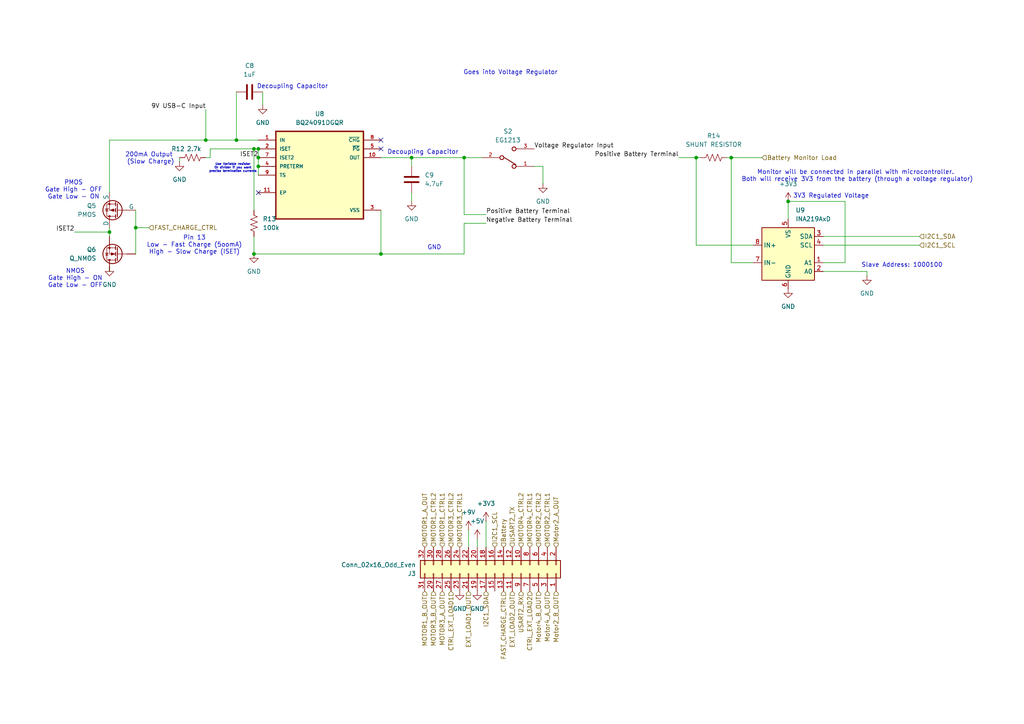
<source format=kicad_sch>
(kicad_sch (version 20250114) (generator "eeschema") (generator_version "9.0")
  (paper "A4")
  (title_block (title "EEE3088F Project PCB Design") (date "2025-03-24") (company "University of Cape Town") (comment 3 "         Emmanual Basua") (comment 4 "Authors: Nejdet Demirtas"))
  (lib_symbols
    (symbol "BQ24091DGQR:BQ24091DGQR" (pin_names (offset 1.016))
      (property "Reference" "U" (at -12.7 13.7 0))
      (property "Value" "BQ24091DGQR" (at -12.7 -16.7 0))
      (symbol "BQ24091DGQR_0_0"
        (rectangle (start -12.7 -12.7) (end 12.7 12.7) (stroke (width 0.41)) (fill (type background)))
        (pin input line (at -17.78 10.16 0) (length 5.08) (name "IN") (number "1"))
        (pin input line (at -17.78 7.62 0) (length 5.08) (name "ISET") (number "2"))
        (pin input line (at -17.78 5.08 0) (length 5.08) (name "ISET2") (number "7"))
        (pin input line (at -17.78 2.54 0) (length 5.08) (name "PRETERM") (number "4"))
        (pin input line (at -17.78 0 0) (length 5.08) (name "TS") (number "9"))
        (pin bidirectional line (at -17.78 -5.08 0) (length 5.08) (name "EP") (number "11"))
        (pin output line (at 17.78 10.16 180) (length 5.08) (name "~{CHG}") (number "8"))
        (pin output line (at 17.78 7.62 180) (length 5.08) (name "~{PG}") (number "5"))
        (pin output line (at 17.78 5.08 180) (length 5.08) (name "OUT") (number "10"))
        (pin power_in line (at 17.78 -10.16 180) (length 5.08) (name "VSS") (number "3"))
      )
    )
    (symbol "Connector_Generic:Conn_02x16_Odd_Even" (pin_names (offset 1.016) (hide yes))
      (property "Reference" "J" (at 1.27 20.32 0))
      (property "Value" "Conn_02x16_Odd_Even" (at 1.27 -22.86 0))
      (symbol "Conn_02x16_Odd_Even_1_1"
        (rectangle (start -1.27 19.05) (end 3.81 -21.59) (stroke (width 0.254)) (fill (type background)))
        (rectangle (start -1.27 17.907) (end 0 17.653) (stroke (width 0.1524)))
        (rectangle (start -1.27 15.367) (end 0 15.113) (stroke (width 0.1524)))
        (rectangle (start -1.27 12.827) (end 0 12.573) (stroke (width 0.1524)))
        (rectangle (start -1.27 10.287) (end 0 10.033) (stroke (width 0.1524)))
        (rectangle (start -1.27 7.747) (end 0 7.493) (stroke (width 0.1524)))
        (rectangle (start -1.27 5.207) (end 0 4.953) (stroke (width 0.1524)))
        (rectangle (start -1.27 2.667) (end 0 2.413) (stroke (width 0.1524)))
        (rectangle (start -1.27 0.127) (end 0 -0.127) (stroke (width 0.1524)))
        (rectangle (start -1.27 -2.413) (end 0 -2.667) (stroke (width 0.1524)))
        (rectangle (start -1.27 -4.953) (end 0 -5.207) (stroke (width 0.1524)))
        (rectangle (start -1.27 -7.493) (end 0 -7.747) (stroke (width 0.1524)))
        (rectangle (start -1.27 -10.033) (end 0 -10.287) (stroke (width 0.1524)))
        (rectangle (start -1.27 -12.573) (end 0 -12.827) (stroke (width 0.1524)))
        (rectangle (start -1.27 -15.113) (end 0 -15.367) (stroke (width 0.1524)))
        (rectangle (start -1.27 -17.653) (end 0 -17.907) (stroke (width 0.1524)))
        (rectangle (start -1.27 -20.193) (end 0 -20.447) (stroke (width 0.1524)))
        (rectangle (start 3.81 17.907) (end 2.54 17.653) (stroke (width 0.1524)))
        (rectangle (start 3.81 15.367) (end 2.54 15.113) (stroke (width 0.1524)))
        (rectangle (start 3.81 12.827) (end 2.54 12.573) (stroke (width 0.1524)))
        (rectangle (start 3.81 10.287) (end 2.54 10.033) (stroke (width 0.1524)))
        (rectangle (start 3.81 7.747) (end 2.54 7.493) (stroke (width 0.1524)))
        (rectangle (start 3.81 5.207) (end 2.54 4.953) (stroke (width 0.1524)))
        (rectangle (start 3.81 2.667) (end 2.54 2.413) (stroke (width 0.1524)))
        (rectangle (start 3.81 0.127) (end 2.54 -0.127) (stroke (width 0.1524)))
        (rectangle (start 3.81 -2.413) (end 2.54 -2.667) (stroke (width 0.1524)))
        (rectangle (start 3.81 -4.953) (end 2.54 -5.207) (stroke (width 0.1524)))
        (rectangle (start 3.81 -7.493) (end 2.54 -7.747) (stroke (width 0.1524)))
        (rectangle (start 3.81 -10.033) (end 2.54 -10.287) (stroke (width 0.1524)))
        (rectangle (start 3.81 -12.573) (end 2.54 -12.827) (stroke (width 0.1524)))
        (rectangle (start 3.81 -15.113) (end 2.54 -15.367) (stroke (width 0.1524)))
        (rectangle (start 3.81 -17.653) (end 2.54 -17.907) (stroke (width 0.1524)))
        (rectangle (start 3.81 -20.193) (end 2.54 -20.447) (stroke (width 0.1524)))
        (pin passive line (at -5.08 17.78 0) (length 3.81) (name "Pin_1") (number "1"))
        (pin passive line (at -5.08 15.24 0) (length 3.81) (name "Pin_3") (number "3"))
        (pin passive line (at -5.08 12.7 0) (length 3.81) (name "Pin_5") (number "5"))
        (pin passive line (at -5.08 10.16 0) (length 3.81) (name "Pin_7") (number "7"))
        (pin passive line (at -5.08 7.62 0) (length 3.81) (name "Pin_9") (number "9"))
        (pin passive line (at -5.08 5.08 0) (length 3.81) (name "Pin_11") (number "11"))
        (pin passive line (at -5.08 2.54 0) (length 3.81) (name "Pin_13") (number "13"))
        (pin passive line (at -5.08 0 0) (length 3.81) (name "Pin_15") (number "15"))
        (pin passive line (at -5.08 -2.54 0) (length 3.81) (name "Pin_17") (number "17"))
        (pin passive line (at -5.08 -5.08 0) (length 3.81) (name "Pin_19") (number "19"))
        (pin passive line (at -5.08 -7.62 0) (length 3.81) (name "Pin_21") (number "21"))
        (pin passive line (at -5.08 -10.16 0) (length 3.81) (name "Pin_23") (number "23"))
        (pin passive line (at -5.08 -12.7 0) (length 3.81) (name "Pin_25") (number "25"))
        (pin passive line (at -5.08 -15.24 0) (length 3.81) (name "Pin_27") (number "27"))
        (pin passive line (at -5.08 -17.78 0) (length 3.81) (name "Pin_29") (number "29"))
        (pin passive line (at -5.08 -20.32 0) (length 3.81) (name "Pin_31") (number "31"))
        (pin passive line (at 7.62 17.78 180) (length 3.81) (name "Pin_2") (number "2"))
        (pin passive line (at 7.62 15.24 180) (length 3.81) (name "Pin_4") (number "4"))
        (pin passive line (at 7.62 12.7 180) (length 3.81) (name "Pin_6") (number "6"))
        (pin passive line (at 7.62 10.16 180) (length 3.81) (name "Pin_8") (number "8"))
        (pin passive line (at 7.62 7.62 180) (length 3.81) (name "Pin_10") (number "10"))
        (pin passive line (at 7.62 5.08 180) (length 3.81) (name "Pin_12") (number "12"))
        (pin passive line (at 7.62 2.54 180) (length 3.81) (name "Pin_14") (number "14"))
        (pin passive line (at 7.62 0 180) (length 3.81) (name "Pin_16") (number "16"))
        (pin passive line (at 7.62 -2.54 180) (length 3.81) (name "Pin_18") (number "18"))
        (pin passive line (at 7.62 -5.08 180) (length 3.81) (name "Pin_20") (number "20"))
        (pin passive line (at 7.62 -7.62 180) (length 3.81) (name "Pin_22") (number "22"))
        (pin passive line (at 7.62 -10.16 180) (length 3.81) (name "Pin_24") (number "24"))
        (pin passive line (at 7.62 -12.7 180) (length 3.81) (name "Pin_26") (number "26"))
        (pin passive line (at 7.62 -15.24 180) (length 3.81) (name "Pin_28") (number "28"))
        (pin passive line (at 7.62 -17.78 180) (length 3.81) (name "Pin_30") (number "30"))
        (pin passive line (at 7.62 -20.32 180) (length 3.81) (name "Pin_32") (number "32"))
      )
    )
    (symbol "Device:C" (pin_numbers (hide yes)) (pin_names (offset 0.254))
      (property "Reference" "C" (at 0.635 2.54 0))
      (property "Value" "C" (at 0.635 -2.54 0))
      (symbol "C_0_1"
        (polyline (pts (xy -2.032 0.762) (xy 2.032 0.762)) (stroke (width 0.508)))
        (polyline (pts (xy -2.032 -0.762) (xy 2.032 -0.762)) (stroke (width 0.508)))
      )
      (symbol "C_1_1"
        (pin passive line (at 0 3.81 270) (length 2.794) (name "~") (number "1"))
        (pin passive line (at 0 -3.81 90) (length 2.794) (name "~") (number "2"))
      )
    )
    (symbol "Device:Q_NMOS" (pin_numbers (hide yes)) (pin_names (offset 0) (hide yes))
      (property "Reference" "Q" (at 5.08 1.27 0))
      (property "Value" "Q_NMOS" (at 5.08 -1.27 0))
      (symbol "Q_NMOS_0_1"
        (polyline (pts (xy 0.254 1.905) (xy 0.254 -1.905)) (stroke (width 0.254)))
        (polyline (pts (xy 0.254 0) (xy -2.54 0)))
        (polyline (pts (xy 0.762 2.286) (xy 0.762 1.27)) (stroke (width 0.254)))
        (polyline (pts (xy 0.762 0.508) (xy 0.762 -0.508)) (stroke (width 0.254)))
        (polyline (pts (xy 0.762 -1.27) (xy 0.762 -2.286)) (stroke (width 0.254)))
        (polyline (pts (xy 0.762 -1.778) (xy 3.302 -1.778) (xy 3.302 1.778) (xy 0.762 1.778)))
        (polyline (pts (xy 1.016 0) (xy 2.032 0.381) (xy 2.032 -0.381) (xy 1.016 0)) (fill (type outline)))
        (circle (center 1.651 0) (radius 2.794) (stroke (width 0.254)))
        (polyline (pts (xy 2.54 2.54) (xy 2.54 1.778)))
        (circle (center 2.54 1.778) (radius 0.254) (fill (type outline)))
        (circle (center 2.54 -1.778) (radius 0.254) (fill (type outline)))
        (polyline (pts (xy 2.54 -2.54) (xy 2.54 0) (xy 0.762 0)))
        (polyline (pts (xy 2.921 0.381) (xy 3.683 0.381)))
        (polyline (pts (xy 3.302 0.381) (xy 2.921 -0.254) (xy 3.683 -0.254) (xy 3.302 0.381)))
      )
      (symbol "Q_NMOS_1_1"
        (pin input line (at -5.08 0 0) (length 2.54) (name "G") (number "G"))
        (pin passive line (at 2.54 5.08 270) (length 2.54) (name "D") (number "D"))
        (pin passive line (at 2.54 -5.08 90) (length 2.54) (name "S") (number "S"))
      )
    )
    (symbol "Device:R_US" (pin_numbers (hide yes)) (pin_names (offset 0))
      (property "Reference" "R" (at 2.54 0 90))
      (property "Value" "R_US" (at -2.54 0 90))
      (symbol "R_US_0_1"
        (polyline (pts (xy 0 2.286) (xy 0 2.54)))
        (polyline (pts (xy 0 2.286) (xy 1.016 1.905) (xy 0 1.524) (xy -1.016 1.143) (xy 0 0.762)))
        (polyline (pts (xy 0 0.762) (xy 1.016 0.381) (xy 0 0) (xy -1.016 -0.381) (xy 0 -0.762)))
        (polyline (pts (xy 0 -0.762) (xy 1.016 -1.143) (xy 0 -1.524) (xy -1.016 -1.905) (xy 0 -2.286)))
        (polyline (pts (xy 0 -2.286) (xy 0 -2.54)))
      )
      (symbol "R_US_1_1"
        (pin passive line (at 0 3.81 270) (length 1.27) (name "~") (number "1"))
        (pin passive line (at 0 -3.81 90) (length 1.27) (name "~") (number "2"))
      )
    )
    (symbol "EG1213:EG1213" (pin_names (offset 1.016))
      (property "Reference" "S" (at 0 0 0))
      (property "Value" "EG1213" (at 0 0 0))
      (symbol "EG1213_0_0"
        (circle (center -1.778 2.54) (radius 0.568) (stroke (width 0.254)))
        (circle (center -1.778 -2.54) (radius 0.568) (stroke (width 0.254)))
        (polyline (pts (xy 1.016 0) (xy -2.286 2.032)) (stroke (width 0.254)))
        (circle (center 1.778 0) (radius 0.568) (stroke (width 0.254)))
        (pin passive line (at -7.62 2.54 0) (length 5.08) (name "~") (number "1"))
        (pin passive line (at -7.62 -2.54 0) (length 5.08) (name "~") (number "3"))
        (pin passive line (at 7.62 0 180) (length 5.08) (name "~") (number "2"))
      )
    )
    (symbol "Sensor_Energy:INA219AxD"
      (property "Reference" "U" (at -6.35 8.89 0))
      (property "Value" "INA219AxD" (at 5.08 8.89 0))
      (symbol "INA219AxD_0_1"
        (rectangle (start -7.62 7.62) (end 7.62 -7.62) (stroke (width 0.254)) (fill (type background)))
      )
      (symbol "INA219AxD_1_1"
        (pin input line (at -10.16 2.54 0) (length 2.54) (name "IN+") (number "8"))
        (pin input line (at -10.16 -2.54 0) (length 2.54) (name "IN-") (number "7"))
        (pin power_in line (at 0 10.16 270) (length 2.54) (name "VS") (number "5"))
        (pin power_in line (at 0 -10.16 90) (length 2.54) (name "GND") (number "6"))
        (pin bidirectional line (at 10.16 5.08 180) (length 2.54) (name "SDA") (number "3"))
        (pin input line (at 10.16 2.54 180) (length 2.54) (name "SCL") (number "4"))
        (pin input line (at 10.16 -2.54 180) (length 2.54) (name "A1") (number "1"))
        (pin input line (at 10.16 -5.08 180) (length 2.54) (name "A0") (number "2"))
      )
    )
    (symbol "Simulation_SPICE:PMOS" (pin_numbers (hide yes)) (pin_names (offset 0))
      (property "Reference" "Q" (at 5.08 1.27 0))
      (property "Value" "PMOS" (at 5.08 -1.27 0))
      (symbol "PMOS_0_1"
        (polyline (pts (xy 0.254 1.905) (xy 0.254 -1.905)) (stroke (width 0.254)))
        (polyline (pts (xy 0.254 0) (xy -2.54 0)))
        (polyline (pts (xy 0.762 2.286) (xy 0.762 1.27)) (stroke (width 0.254)))
        (polyline (pts (xy 0.762 1.778) (xy 3.302 1.778) (xy 3.302 -1.778) (xy 0.762 -1.778)))
        (polyline (pts (xy 0.762 0.508) (xy 0.762 -0.508)) (stroke (width 0.254)))
        (polyline (pts (xy 0.762 -1.27) (xy 0.762 -2.286)) (stroke (width 0.254)))
        (circle (center 1.651 0) (radius 2.794) (stroke (width 0.254)))
        (polyline (pts (xy 2.286 0) (xy 1.27 0.381) (xy 1.27 -0.381) (xy 2.286 0)) (fill (type outline)))
        (polyline (pts (xy 2.54 2.54) (xy 2.54 1.778)))
        (circle (center 2.54 1.778) (radius 0.254) (fill (type outline)))
        (circle (center 2.54 -1.778) (radius 0.254) (fill (type outline)))
        (polyline (pts (xy 2.54 -2.54) (xy 2.54 0) (xy 0.762 0)))
        (polyline (pts (xy 2.794 -0.508) (xy 2.921 -0.381) (xy 3.683 -0.381) (xy 3.81 -0.254)))
        (polyline (pts (xy 3.302 -0.381) (xy 2.921 0.254) (xy 3.683 0.254) (xy 3.302 -0.381)))
      )
      (symbol "PMOS_1_1"
        (pin input line (at -5.08 0 0) (length 2.54) (name "G") (number "2"))
        (pin passive line (at 2.54 5.08 270) (length 2.54) (name "D") (number "1"))
        (pin passive line (at 2.54 -5.08 90) (length 2.54) (name "S") (number "3"))
      )
    )
    (symbol "power:+3V3" (power) (pin_numbers (hide yes)) (pin_names (offset 0) (hide yes))
      (property "Value" "+3V3" (at 0 3.556 0))
      (symbol "+3V3_0_1"
        (polyline (pts (xy -0.762 1.27) (xy 0 2.54)))
        (polyline (pts (xy 0 2.54) (xy 0.762 1.27)))
        (polyline (pts (xy 0 0) (xy 0 2.54)))
      )
      (symbol "+3V3_1_1"
        (pin power_in line (at 0 0 90) (length 0) (name "~") (number "1"))
      )
    )
    (symbol "power:+5V" (power) (pin_numbers (hide yes)) (pin_names (offset 0) (hide yes))
      (property "Value" "+5V" (at 0 3.556 0))
      (symbol "+5V_0_1"
        (polyline (pts (xy -0.762 1.27) (xy 0 2.54)))
        (polyline (pts (xy 0 2.54) (xy 0.762 1.27)))
        (polyline (pts (xy 0 0) (xy 0 2.54)))
      )
      (symbol "+5V_1_1"
        (pin power_in line (at 0 0 90) (length 0) (name "~") (number "1"))
      )
    )
    (symbol "power:+9V" (power) (pin_numbers (hide yes)) (pin_names (offset 0) (hide yes))
      (property "Value" "+9V" (at 0 3.556 0))
      (symbol "+9V_0_1"
        (polyline (pts (xy -0.762 1.27) (xy 0 2.54)))
        (polyline (pts (xy 0 2.54) (xy 0.762 1.27)))
        (polyline (pts (xy 0 0) (xy 0 2.54)))
      )
      (symbol "+9V_1_1"
        (pin power_in line (at 0 0 90) (length 0) (name "~") (number "1"))
      )
    )
    (symbol "power:GND" (power) (pin_numbers (hide yes)) (pin_names (offset 0) (hide yes))
      (property "Value" "GND" (at 0 -3.81 0))
      (symbol "GND_0_1"
        (polyline (pts (xy 0 0) (xy 0 -1.27) (xy 1.27 -1.27) (xy 0 -2.54) (xy -1.27 -1.27) (xy 0 -1.27)))
      )
      (symbol "GND_1_1"
        (pin power_in line (at 0 0 270) (length 0) (name "~") (number "1"))
      )
    )
  )
  (text "GND\n\n\n" (at 125.984 73.914 0) (effects (font (size 1.27 1.27))))
  (text "3V3 Regulated Voltage\n" (at 241.046 56.896 0) (effects (font (size 1.27 1.27))))
  (text "Monitor will be connected in parallel with microcontroller. \nBoth will receive 3V3 from the battery (through a voltage regulator)" (at 248.666 51.054 0) (effects (font (size 1.27 1.27))))
  (text "Slave Address: 1000100\n" (at 261.62 76.962 0) (effects (font (size 1.27 1.27))))
  (text "200mA Output \n(Slow Charge)" (at 43.688 45.974 0) (effects (font (size 1.27 1.27))))
  (text "Pin 13\nLow - Fast Charge (5oomA)\nHigh - Slow Charge (ISET)\n" (at 56.388 71.12 0) (effects (font (size 1.27 1.27))))
  (text "NMOS\nGate High - ON\nGate Low - OFF\n" (at 21.844 80.772 0) (effects (font (size 1.27 1.27))))
  (text "Use Variable resistor\nOr divider if you want\nprecise termination currents" (at 67.564 48.768 0) (effects (font (size 0.635 0.635))))
  (text "PMOS\nGate High - OFF\nGate Low - ON" (at 21.336 55.118 0) (effects (font (size 1.27 1.27))))
  (text "Goes into Voltage Regulator\n" (at 148.082 21.082 0) (effects (font (size 1.27 1.27))))
  (text "Decoupling Capacitor\n" (at 84.836 25.146 0) (effects (font (size 1.27 1.27))))
  (text "Decoupling Capacitor\n" (at 122.682 44.196 0) (effects (font (size 1.27 1.27))))
  (junction (at 68.58 40.64))
  (junction (at 110.49 73.66))
  (junction (at 119.38 45.72))
  (junction (at 74.93 43.18))
  (junction (at 74.93 45.72))
  (junction (at 212.09 45.72))
  (junction (at 228.6 58.42))
  (junction (at 39.37 66.04))
  (junction (at 31.75 67.31))
  (junction (at 74.93 48.26))
  (junction (at 73.66 73.66))
  (junction (at 73.66 43.18))
  (junction (at 201.93 45.72))
  (junction (at 59.69 40.64))
  (junction (at 134.62 45.72))
  (no_connect (at 110.49 40.64))
  (no_connect (at 110.49 43.18))
  (no_connect (at 74.93 55.88))
  (wire (pts (xy 251.46 78.74) (xy 251.46 80.01)))
  (wire (pts (xy 228.6 58.42) (xy 228.6 63.5)))
  (wire (pts (xy 157.48 48.26) (xy 157.48 53.34)))
  (wire (pts (xy 201.93 71.12) (xy 218.44 71.12)))
  (wire (pts (xy 210.82 45.72) (xy 212.09 45.72)))
  (wire (pts (xy 74.93 43.18) (xy 74.93 45.72)))
  (wire (pts (xy 76.2 26.67) (xy 76.2 30.48)))
  (wire (pts (xy 238.76 78.74) (xy 251.46 78.74)))
  (wire (pts (xy 31.75 67.31) (xy 31.75 68.58)))
  (wire (pts (xy 31.75 40.64) (xy 31.75 55.88)))
  (wire (pts (xy 73.66 68.58) (xy 73.66 73.66)))
  (wire (pts (xy 60.96 45.72) (xy 60.96 43.18)))
  (wire (pts (xy 59.69 31.75) (xy 59.69 40.64)))
  (wire (pts (xy 39.37 73.66) (xy 39.37 66.04)))
  (wire (pts (xy 196.85 45.72) (xy 201.93 45.72)))
  (wire (pts (xy 134.62 45.72) (xy 134.62 62.23)))
  (wire (pts (xy 140.97 62.23) (xy 134.62 62.23)))
  (wire (pts (xy 218.44 76.2) (xy 212.09 76.2)))
  (wire (pts (xy 134.62 45.72) (xy 139.7 45.72)))
  (wire (pts (xy 228.6 58.42) (xy 245.11 58.42)))
  (wire (pts (xy 60.96 43.18) (xy 73.66 43.18)))
  (wire (pts (xy 31.75 66.04) (xy 31.75 67.31)))
  (wire (pts (xy 39.37 60.96) (xy 39.37 66.04)))
  (wire (pts (xy 119.38 45.72) (xy 119.38 48.26)))
  (wire (pts (xy 201.93 45.72) (xy 203.2 45.72)))
  (wire (pts (xy 73.66 73.66) (xy 110.49 73.66)))
  (wire (pts (xy 134.62 64.77) (xy 140.97 64.77)))
  (wire (pts (xy 138.43 156.21) (xy 138.43 158.75)))
  (wire (pts (xy 134.62 64.77) (xy 134.62 73.66)))
  (wire (pts (xy 59.69 40.64) (xy 68.58 40.64)))
  (wire (pts (xy 74.93 45.72) (xy 74.93 48.26)))
  (wire (pts (xy 201.93 45.72) (xy 201.93 71.12)))
  (wire (pts (xy 154.94 48.26) (xy 157.48 48.26)))
  (wire (pts (xy 238.76 71.12) (xy 266.7 71.12)))
  (wire (pts (xy 119.38 45.72) (xy 134.62 45.72)))
  (wire (pts (xy 73.66 43.18) (xy 73.66 60.96)))
  (wire (pts (xy 134.62 73.66) (xy 110.49 73.66)))
  (wire (pts (xy 59.69 40.64) (xy 31.75 40.64)))
  (wire (pts (xy 212.09 45.72) (xy 212.09 76.2)))
  (wire (pts (xy 74.93 48.26) (xy 74.93 50.8)))
  (wire (pts (xy 212.09 45.72) (xy 220.98 45.72)))
  (wire (pts (xy 68.58 26.67) (xy 68.58 40.64)))
  (wire (pts (xy 60.96 45.72) (xy 59.69 45.72)))
  (wire (pts (xy 245.11 76.2) (xy 245.11 58.42)))
  (wire (pts (xy 135.89 153.67) (xy 135.89 158.75)))
  (wire (pts (xy 110.49 45.72) (xy 119.38 45.72)))
  (wire (pts (xy 68.58 40.64) (xy 74.93 40.64)))
  (wire (pts (xy 21.59 67.31) (xy 31.75 67.31)))
  (wire (pts (xy 39.37 66.04) (xy 43.18 66.04)))
  (wire (pts (xy 52.07 46.99) (xy 52.07 45.72)))
  (wire (pts (xy 74.93 43.18) (xy 73.66 43.18)))
  (wire (pts (xy 140.97 151.13) (xy 140.97 158.75)))
  (wire (pts (xy 238.76 68.58) (xy 266.7 68.58)))
  (wire (pts (xy 238.76 76.2) (xy 245.11 76.2)))
  (wire (pts (xy 119.38 58.42) (xy 119.38 55.88)))
  (wire (pts (xy 31.75 78.74) (xy 31.75 77.47)))
  (wire (pts (xy 110.49 60.96) (xy 110.49 73.66)))
  (label "Positive Battery Terminal" (at 196.85 45.72 180))
  (label "Voltage Regulator Input" (at 154.94 43.18 0))
  (label "9V USB-C Input" (at 59.69 31.75 180))
  (label "ISET2" (at 74.93 45.72 180))
  (label "Positive Battery Terminal" (at 140.97 62.23 0))
  (label "Negative Battery Terminal" (at 140.97 64.77 0))
  (label "ISET2" (at 21.59 67.31 180))
  (hierarchical_label "MOTOR4_CTRL2" (shape input) (at 151.13 158.75 90))
  (hierarchical_label "MOTOR1_B_OUT" (shape input) (at 123.19 171.45 270))
  (hierarchical_label "USART2_TX" (shape input) (at 148.59 158.75 90))
  (hierarchical_label "EXT_LOAD2_OUT" (shape input) (at 148.59 171.45 270))
  (hierarchical_label "CTRL_EXT_LOAD1" (shape input) (at 130.81 171.45 270))
  (hierarchical_label "MOTOR3_B_OUT" (shape input) (at 125.73 171.45 270))
  (hierarchical_label "MOTOR2_CTRL2" (shape input) (at 156.21 158.75 90))
  (hierarchical_label "Motor2_A_OUT" (shape input) (at 161.29 158.75 90))
  (hierarchical_label "USART2_RX" (shape input) (at 151.13 171.45 270))
  (hierarchical_label "MOTOR4_CTRL1" (shape input) (at 153.67 158.75 90))
  (hierarchical_label "MOTOR1_CTRL1" (shape input) (at 128.27 158.75 90))
  (hierarchical_label "Battery" (shape input) (at 146.05 158.75 90))
  (hierarchical_label "MOTOR3_CTRL1" (shape input) (at 133.35 158.75 90))
  (hierarchical_label "Motor4_A_OUT" (shape input) (at 158.75 171.45 270))
  (hierarchical_label "MOTOR2_CTRL1" (shape input) (at 158.75 158.75 90))
  (hierarchical_label "I2C1_SCL" (shape input) (at 266.7 71.12 0))
  (hierarchical_label "MOTOR3_A_OUT" (shape input) (at 128.27 171.45 270))
  (hierarchical_label "FAST_CHARGE_CTRL" (shape input) (at 146.05 171.45 270))
  (hierarchical_label "EXT_LOAD1_OUT" (shape input) (at 135.89 171.45 270))
  (hierarchical_label "FAST_CHARGE_CTRL" (shape input) (at 43.18 66.04 0))
  (hierarchical_label "I2C1_SDA" (shape input) (at 266.7 68.58 0))
  (hierarchical_label "Motor2_B_OUT" (shape input) (at 161.29 171.45 270))
  (hierarchical_label "I2C1_SCL" (shape input) (at 143.51 158.75 90))
  (hierarchical_label "MOTOR3_CTRL2" (shape input) (at 130.81 158.75 90))
  (hierarchical_label "MOTOR1_CTRL2" (shape input) (at 125.73 158.75 90))
  (hierarchical_label "MOTOR1_A_OUT" (shape input) (at 123.19 158.75 90))
  (hierarchical_label "Battery Monitor Load" (shape input) (at 220.98 45.72 0))
  (hierarchical_label "Motor4_B_OUT" (shape input) (at 156.21 171.45 270))
  (hierarchical_label "I2C1_SDA" (shape input) (at 140.97 171.45 270))
  (hierarchical_label "CTRL_EXT_LOAD2" (shape input) (at 153.67 171.45 270))
  (symbol (lib_id "Simulation_SPICE:PMOS") (at 34.29 60.96 180) (unit 1)
    (property "Reference" "Q5" (at 27.94 59.6899 0) (effects (justify left)))
    (property "Value" "PMOS" (at 27.94 62.2299 0) (effects (justify left)))
    (property "Datasheet" "https://jlcpcb.com/api/file/downloadByFileSystemAccessId/8586172103254663168" (effects (hide yes)))
    (property "Description" "P-MOSFET transistor, drain/source/gate" (effects (hide yes)))
    (property "Sim.Device" "PMOS" (effects (hide yes)))
    (property "Sim.Type" "VDMOS" (effects (hide yes)))
    (property "Sim.Pins" "1=D 2=G 3=S" (effects (hide yes)))
    (property "Price" "$3.10" (effects (hide yes)))
  )
  (symbol (lib_id "power:+9V") (at 135.89 153.67 0) (unit 1)
    (property "Reference" "#PWR032" (effects (hide yes)))
    (property "Value" "+9V" (at 135.89 148.59 0))
    (property "Description" "Power symbol creates a global label with name \"+9V\"" (effects (hide yes)))
  )
  (symbol (lib_id "Sensor_Energy:INA219AxD") (at 228.6 73.66 0) (unit 1)
    (property "Reference" "U9" (at 230.7433 60.96 0) (effects (justify left)))
    (property "Value" "INA219AxD" (at 230.7433 63.5 0) (effects (justify left)))
    (property "Footprint" "Package_SO:SOIC-8_3.9x4.9mm_P1.27mm" (effects (hide yes)))
    (property "Datasheet" "http://www.ti.com/lit/ds/symlink/ina219.pdf" (effects (hide yes)))
    (property "Description" "Zero-Drift, Bidirectional Current/Power Monitor (0-26V) With I2C Interface, SOIC-8" (effects (hide yes)))
    (property "Price" "$3.75" (effects (hide yes)))
  )
  (symbol (lib_id "power:GND") (at 133.35 171.45 0) (unit 1)
    (property "Reference" "#PWR031" (effects (hide yes)))
    (property "Value" "GND" (at 133.35 176.53 0))
    (property "Description" "Power symbol creates a global label with name \"GND\" , ground" (effects (hide yes)))
  )
  (symbol (lib_id "power:GND") (at 119.38 58.42 0) (unit 1)
    (property "Reference" "#PWR030" (effects (hide yes)))
    (property "Value" "GND" (at 119.38 63.5 0))
    (property "Description" "Power symbol creates a global label with name \"GND\" , ground" (effects (hide yes)))
  )
  (symbol (lib_id "power:+3V3") (at 228.6 58.42 0) (unit 1)
    (property "Reference" "#PWR039" (effects (hide yes)))
    (property "Value" "+3V3" (at 228.6 53.34 0))
    (property "Description" "Power symbol creates a global label with name \"+3V3\"" (effects (hide yes)))
  )
  (symbol (lib_id "power:GND") (at 157.48 53.34 0) (unit 1)
    (property "Reference" "#PWR036" (effects (hide yes)))
    (property "Value" "GND" (at 157.48 58.42 0))
    (property "Description" "Power symbol creates a global label with name \"GND\" , ground" (effects (hide yes)))
  )
  (symbol (lib_id "power:GND") (at 251.46 80.01 0) (unit 1)
    (property "Reference" "#PWR038" (effects (hide yes)))
    (property "Value" "GND" (at 251.46 85.09 0))
    (property "Description" "Power symbol creates a global label with name \"GND\" , ground" (effects (hide yes)))
  )
  (symbol (lib_id "power:GND") (at 31.75 77.47 0) (unit 1)
    (property "Reference" "#PWR026" (effects (hide yes)))
    (property "Value" "GND" (at 31.75 82.55 0))
    (property "Description" "Power symbol creates a global label with name \"GND\" , ground" (effects (hide yes)))
  )
  (symbol (lib_id "Device:R_US") (at 73.66 64.77 0) (unit 1)
    (property "Reference" "R13" (at 76.2 63.4999 0) (effects (justify left)))
    (property "Value" "100k" (at 76.2 66.0399 0) (effects (justify left)))
    (property "Description" "Resistor, US symbol" (effects (hide yes)))
  )
  (symbol (lib_id "Device:R_US") (at 207.01 45.72 90) (unit 1)
    (property "Reference" "R14" (at 207.01 39.37 90))
    (property "Value" "SHUNT RESISTOR" (at 207.01 41.91 90))
    (property "Description" "Resistor, US symbol" (effects (hide yes)))
  )
  (symbol (lib_id "Device:C") (at 72.39 26.67 90) (unit 1)
    (property "Reference" "C8" (at 72.39 19.05 90))
    (property "Value" "1uF" (at 72.39 21.59 90))
    (property "Description" "Unpolarized capacitor" (effects (hide yes)))
  )
  (symbol (lib_id "Device:R_US") (at 55.88 45.72 90) (unit 1)
    (property "Reference" "R12" (at 53.594 43.18 90) (effects (justify left)))
    (property "Value" "2.7k" (at 58.42 43.18 90) (effects (justify left)))
    (property "Description" "Resistor, US symbol" (effects (hide yes)))
  )
  (symbol (lib_id "power:+3V3") (at 140.97 151.13 0) (unit 1)
    (property "Reference" "#PWR035" (effects (hide yes)))
    (property "Value" "+3V3" (at 140.97 146.05 0))
    (property "Description" "Power symbol creates a global label with name \"+3V3\"" (effects (hide yes)))
  )
  (symbol (lib_id "power:GND") (at 228.6 83.82 0) (unit 1)
    (property "Reference" "#PWR037" (effects (hide yes)))
    (property "Value" "GND" (at 228.6 88.9 0))
    (property "Description" "Power symbol creates a global label with name \"GND\" , ground" (effects (hide yes)))
  )
  (symbol (lib_id "EG1213:EG1213") (at 147.32 45.72 180) (unit 1)
    (property "Reference" "S2" (at 147.32 38.1 0))
    (property "Value" "EG1213" (at 147.32 40.64 0))
    (property "Footprint" "EG1213:SW_EG1213" (effects (hide yes)))
    (property "MF" "e-switch inc" (effects (hide yes)))
    (property "Description_1" "Slide Switch SPDT Through Hole, Right Angle" (effects (hide yes)))
    (property "Package" "None" (effects (hide yes)))
    (property "Price" "None" (effects (hide yes)))
    (property "Check_prices" "https://www.snapeda.com/parts/EG1213/E-Switch/view-part/?ref=eda" (effects (hide yes)))
    (property "SnapEDA_Link" "https://www.snapeda.com/parts/EG1213/E-Switch/view-part/?ref=snap" (effects (hide yes)))
    (property "MP" "EG1213" (effects (hide yes)))
    (property "Availability" "In Stock" (effects (hide yes)))
    (property "MANUFACTURER" "E-Switch" (effects (hide yes)))
  )
  (symbol (lib_id "power:GND") (at 73.66 73.66 0) (unit 1)
    (property "Reference" "#PWR028" (effects (hide yes)))
    (property "Value" "GND" (at 73.66 78.74 0))
    (property "Description" "Power symbol creates a global label with name \"GND\" , ground" (effects (hide yes)))
  )
  (symbol (lib_id "power:+5V") (at 138.43 156.21 0) (unit 1)
    (property "Reference" "#PWR033" (effects (hide yes)))
    (property "Value" "+5V" (at 138.43 151.13 0))
    (property "Description" "Power symbol creates a global label with name \"+5V\"" (effects (hide yes)))
  )
  (symbol (lib_id "power:GND") (at 76.2 30.48 0) (unit 1)
    (property "Reference" "#PWR029" (effects (hide yes)))
    (property "Value" "GND" (at 76.2 35.56 0))
    (property "Description" "Power symbol creates a global label with name \"GND\" , ground" (effects (hide yes)))
  )
  (symbol (lib_id "Device:C") (at 119.38 52.07 0) (unit 1)
    (property "Reference" "C9" (at 123.19 50.7999 0) (effects (justify left)))
    (property "Value" "4.7uF" (at 123.19 53.3399 0) (effects (justify left)))
    (property "Description" "Unpolarized capacitor" (effects (hide yes)))
  )
  (symbol (lib_id "power:GND") (at 138.43 171.45 0) (unit 1)
    (property "Reference" "#PWR034" (effects (hide yes)))
    (property "Value" "GND" (at 138.43 176.53 0))
    (property "Description" "Power symbol creates a global label with name \"GND\" , ground" (effects (hide yes)))
  )
  (symbol (lib_id "Device:Q_NMOS") (at 34.29 73.66 180) (unit 1)
    (property "Reference" "Q6" (at 27.94 72.3899 0) (effects (justify left)))
    (property "Value" "Q_NMOS" (at 27.94 74.9299 0) (effects (justify left)))
    (property "Datasheet" "https://jlcpcb.com/api/file/downloadByFileSystemAccessId/8550723985357750272" (effects (hide yes)))
    (property "Description" "N-MOSFET transistor" (effects (hide yes)))
    (property "Price" "$0.11" (effects (hide yes)))
  )
  (symbol (lib_id "BQ24091DGQR:BQ24091DGQR") (at 92.71 50.8 0) (unit 1)
    (property "Reference" "U8" (at 92.71 33.02 0))
    (property "Value" "BQ24091DGQR" (at 92.71 35.56 0))
    (property "Footprint" "BQ24091DGQR:IC_XTR111AIDGQR" (effects (hide yes)))
    (property "Datasheet" "https://www.ti.com/lit/ds/symlink/bq24091.pdf?ts=1742721749535&ref_url=https%253A%252F%252Fwww.ti.com%252Fproduct%252FBQ24091" (effects (hide yes)))
    (property "MF" "Texas Instruments" (effects (hide yes)))
    (property "Description_1" "1-cell, 1-A, Li-ion battery charger with 100kΩ NTC" (effects (hide yes)))
    (property "Package" "HVSSOP-10 Texas Instruments" (effects (hide yes)))
    (property "Price" "$3.50" (effects (hide yes)))
    (property "SnapEDA_Link" "https://www.snapeda.com/parts/BQ24091DGQR/Texas+Instruments/view-part/?ref=snap" (effects (hide yes)))
    (property "MP" "BQ24091DGQR" (effects (hide yes)))
    (property "Availability" "In Stock" (effects (hide yes)))
    (property "Check_prices" "https://www.snapeda.com/parts/BQ24091DGQR/Texas+Instruments/view-part/?ref=eda" (effects (hide yes)))
  )
  (symbol (lib_id "power:GND") (at 52.07 46.99 0) (unit 1)
    (property "Reference" "#PWR027" (effects (hide yes)))
    (property "Value" "GND" (at 52.07 52.07 0))
    (property "Description" "Power symbol creates a global label with name \"GND\" , ground" (effects (hide yes)))
  )
  (symbol (lib_id "Connector_Generic:Conn_02x16_Odd_Even") (at 143.51 166.37 270) (mirror x) (unit 1)
    (property "Reference" "J3" (at 120.65 166.3701 90) (effects (justify right)))
    (property "Value" "Conn_02x16_Odd_Even" (at 120.65 163.8301 90) (effects (justify right)))
    (property "Description" "Generic connector, double row, 02x16, odd/even pin numbering scheme (row 1 odd numbers, row 2 even numbers), script generated (kicad-library-utils/schlib/autogen/connector/)" (effects (hide yes)))
  )
)
</source>
